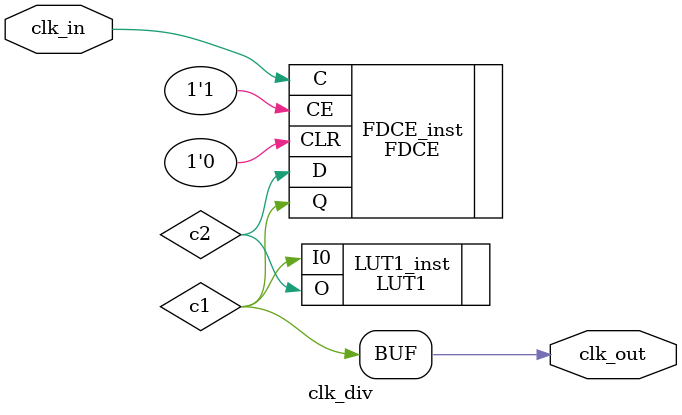
<source format=v>
`timescale 1ns / 1ps
module clk_div(
	input clk_in,
	output clk_out
);

wire c1, c2;

assign clk_out  = c1;

	LUT1 #(
	.INIT(2'b01) // Specify LUT Contents
	) LUT1_inst (
		.O(c2), // LUT general output
		.I0(c1) // LUT input
	);
	
	FDCE #(
	.INIT(1'b0) // Initial value of register (1'b0 or 1'b1)
	) FDCE_inst (
		.Q(c1), // 1-bit Data output
		.C(clk_in), // 1-bit Clock input
		.CE(1'b1), // 1-bit Clock enable input
		.CLR(1'b0), // 1-bit Asynchronous clear input
		.D(c2) // 1-bit Data input
	);



endmodule
</source>
